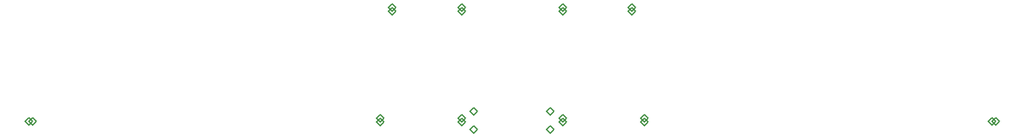
<source format=gbr>
%TF.GenerationSoftware,Altium Limited,Altium Designer,22.5.1 (42)*%
G04 Layer_Color=2752767*
%FSLAX26Y26*%
%MOIN*%
%TF.SameCoordinates,16E36816-DCA1-4F18-AD40-64303467345E*%
%TF.FilePolarity,Positive*%
%TF.FileFunction,Drawing*%
%TF.Part,Single*%
G01*
G75*
%TA.AperFunction,NonConductor*%
%ADD59C,0.005000*%
D59*
X4317401Y1663386D02*
X4337401Y1683386D01*
X4357401Y1663386D01*
X4337401Y1643386D01*
X4317401Y1663386D01*
Y1564961D02*
X4337401Y1584961D01*
X4357401Y1564961D01*
X4337401Y1544961D01*
X4317401Y1564961D01*
X3910315D02*
X3930315Y1584961D01*
X3950315Y1564961D01*
X3930315Y1544961D01*
X3910315Y1564961D01*
Y1663386D02*
X3930315Y1683386D01*
X3950315Y1663386D01*
X3930315Y1643386D01*
X3910315Y1663386D01*
X4382756Y1624016D02*
X4402756Y1644016D01*
X4422756Y1624016D01*
X4402756Y1604016D01*
X4382756Y1624016D01*
Y1604331D02*
X4402756Y1624331D01*
X4422756Y1604331D01*
X4402756Y1584331D01*
X4382756Y1604331D01*
X3844961D02*
X3864961Y1624331D01*
X3884961Y1604331D01*
X3864961Y1584331D01*
X3844961Y1604331D01*
Y1624016D02*
X3864961Y1644016D01*
X3884961Y1624016D01*
X3864961Y1604016D01*
X3844961Y1624016D01*
X6663071Y1607480D02*
X6683071Y1627480D01*
X6703071Y1607480D01*
X6683071Y1587480D01*
X6663071Y1607480D01*
X4815827Y1624016D02*
X4835827Y1644016D01*
X4855827Y1624016D01*
X4835827Y1604016D01*
X4815827Y1624016D01*
Y1604331D02*
X4835827Y1624331D01*
X4855827Y1604331D01*
X4835827Y1584331D01*
X4815827Y1604331D01*
X6682756Y1607480D02*
X6702756Y1627480D01*
X6722756Y1607480D01*
X6702756Y1587480D01*
X6682756Y1607480D01*
X1564646D02*
X1584646Y1627480D01*
X1604646Y1607480D01*
X1584646Y1587480D01*
X1564646Y1607480D01*
X1544961D02*
X1564961Y1627480D01*
X1584961Y1607480D01*
X1564961Y1587480D01*
X1544961Y1607480D01*
X3411890Y1604331D02*
X3431890Y1624331D01*
X3451890Y1604331D01*
X3431890Y1584331D01*
X3411890Y1604331D01*
Y1624016D02*
X3431890Y1644016D01*
X3451890Y1624016D01*
X3431890Y1604016D01*
X3411890Y1624016D01*
X3844961Y2214567D02*
X3864961Y2234567D01*
X3884961Y2214567D01*
X3864961Y2194567D01*
X3844961Y2214567D01*
Y2194882D02*
X3864961Y2214882D01*
X3884961Y2194882D01*
X3864961Y2174882D01*
X3844961Y2194882D01*
X4750472D02*
X4770472Y2214882D01*
X4790472Y2194882D01*
X4770472Y2174882D01*
X4750472Y2194882D01*
Y2214567D02*
X4770472Y2234567D01*
X4790472Y2214567D01*
X4770472Y2194567D01*
X4750472Y2214567D01*
X4382756Y2194882D02*
X4402756Y2214882D01*
X4422756Y2194882D01*
X4402756Y2174882D01*
X4382756Y2194882D01*
Y2214567D02*
X4402756Y2234567D01*
X4422756Y2214567D01*
X4402756Y2194567D01*
X4382756Y2214567D01*
X3477244D02*
X3497244Y2234567D01*
X3517244Y2214567D01*
X3497244Y2194567D01*
X3477244Y2214567D01*
Y2194882D02*
X3497244Y2214882D01*
X3517244Y2194882D01*
X3497244Y2174882D01*
X3477244Y2194882D01*
%TF.MD5,ae95c9842f96ed146df50fa5374b5165*%
M02*

</source>
